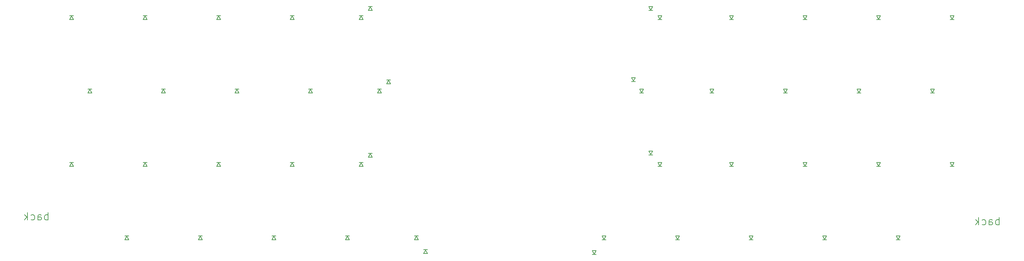
<source format=gbo>
G04 #@! TF.GenerationSoftware,KiCad,Pcbnew,(5.1.2)-2*
G04 #@! TF.CreationDate,2020-04-10T00:12:26+09:00*
G04 #@! TF.ProjectId,original_keyboard,6f726967-696e-4616-9c5f-6b6579626f61,0.1*
G04 #@! TF.SameCoordinates,Original*
G04 #@! TF.FileFunction,Legend,Bot*
G04 #@! TF.FilePolarity,Positive*
%FSLAX46Y46*%
G04 Gerber Fmt 4.6, Leading zero omitted, Abs format (unit mm)*
G04 Created by KiCad (PCBNEW (5.1.2)-2) date 2020-04-10 00:12:26*
%MOMM*%
%LPD*%
G04 APERTURE LIST*
%ADD10C,0.150000*%
G04 APERTURE END LIST*
D10*
X276050000Y-141874761D02*
X276050000Y-139874761D01*
X276050000Y-140636666D02*
X275859523Y-140541428D01*
X275478571Y-140541428D01*
X275288095Y-140636666D01*
X275192857Y-140731904D01*
X275097619Y-140922380D01*
X275097619Y-141493809D01*
X275192857Y-141684285D01*
X275288095Y-141779523D01*
X275478571Y-141874761D01*
X275859523Y-141874761D01*
X276050000Y-141779523D01*
X273383333Y-141874761D02*
X273383333Y-140827142D01*
X273478571Y-140636666D01*
X273669047Y-140541428D01*
X274050000Y-140541428D01*
X274240476Y-140636666D01*
X273383333Y-141779523D02*
X273573809Y-141874761D01*
X274050000Y-141874761D01*
X274240476Y-141779523D01*
X274335714Y-141589047D01*
X274335714Y-141398571D01*
X274240476Y-141208095D01*
X274050000Y-141112857D01*
X273573809Y-141112857D01*
X273383333Y-141017619D01*
X271573809Y-141779523D02*
X271764285Y-141874761D01*
X272145238Y-141874761D01*
X272335714Y-141779523D01*
X272430952Y-141684285D01*
X272526190Y-141493809D01*
X272526190Y-140922380D01*
X272430952Y-140731904D01*
X272335714Y-140636666D01*
X272145238Y-140541428D01*
X271764285Y-140541428D01*
X271573809Y-140636666D01*
X270716666Y-141874761D02*
X270716666Y-139874761D01*
X270526190Y-141112857D02*
X269954761Y-141874761D01*
X269954761Y-140541428D02*
X270716666Y-141303333D01*
X29670000Y-140604761D02*
X29670000Y-138604761D01*
X29670000Y-139366666D02*
X29479523Y-139271428D01*
X29098571Y-139271428D01*
X28908095Y-139366666D01*
X28812857Y-139461904D01*
X28717619Y-139652380D01*
X28717619Y-140223809D01*
X28812857Y-140414285D01*
X28908095Y-140509523D01*
X29098571Y-140604761D01*
X29479523Y-140604761D01*
X29670000Y-140509523D01*
X27003333Y-140604761D02*
X27003333Y-139557142D01*
X27098571Y-139366666D01*
X27289047Y-139271428D01*
X27670000Y-139271428D01*
X27860476Y-139366666D01*
X27003333Y-140509523D02*
X27193809Y-140604761D01*
X27670000Y-140604761D01*
X27860476Y-140509523D01*
X27955714Y-140319047D01*
X27955714Y-140128571D01*
X27860476Y-139938095D01*
X27670000Y-139842857D01*
X27193809Y-139842857D01*
X27003333Y-139747619D01*
X25193809Y-140509523D02*
X25384285Y-140604761D01*
X25765238Y-140604761D01*
X25955714Y-140509523D01*
X26050952Y-140414285D01*
X26146190Y-140223809D01*
X26146190Y-139652380D01*
X26050952Y-139461904D01*
X25955714Y-139366666D01*
X25765238Y-139271428D01*
X25384285Y-139271428D01*
X25193809Y-139366666D01*
X24336666Y-140604761D02*
X24336666Y-138604761D01*
X24146190Y-139842857D02*
X23574761Y-140604761D01*
X23574761Y-139271428D02*
X24336666Y-140033333D01*
X186238000Y-86225400D02*
X185238000Y-86225400D01*
X185238000Y-85225400D02*
X185738000Y-86125400D01*
X186238000Y-85225400D02*
X185238000Y-85225400D01*
X185738000Y-86125400D02*
X186238000Y-85225400D01*
X245293000Y-88606300D02*
X244293000Y-88606300D01*
X244293000Y-87606300D02*
X244793000Y-88506300D01*
X245293000Y-87606300D02*
X244293000Y-87606300D01*
X244793000Y-88506300D02*
X245293000Y-87606300D01*
X171633000Y-149566000D02*
X170633000Y-149566000D01*
X170633000Y-148566000D02*
X171133000Y-149466000D01*
X171633000Y-148566000D02*
X170633000Y-148566000D01*
X171133000Y-149466000D02*
X171633000Y-148566000D01*
X186238000Y-123707000D02*
X185238000Y-123707000D01*
X185238000Y-122707000D02*
X185738000Y-123607000D01*
X186238000Y-122707000D02*
X185238000Y-122707000D01*
X185738000Y-123607000D02*
X186238000Y-122707000D01*
X181793000Y-104657000D02*
X180793000Y-104657000D01*
X180793000Y-103657000D02*
X181293000Y-104557000D01*
X181793000Y-103657000D02*
X180793000Y-103657000D01*
X181293000Y-104557000D02*
X181793000Y-103657000D01*
X174173000Y-145756000D02*
X173173000Y-145756000D01*
X173173000Y-144756000D02*
X173673000Y-145656000D01*
X174173000Y-144756000D02*
X173173000Y-144756000D01*
X173673000Y-145656000D02*
X174173000Y-144756000D01*
X188620000Y-126706000D02*
X187620000Y-126706000D01*
X187620000Y-125706000D02*
X188120000Y-126606000D01*
X188620000Y-125706000D02*
X187620000Y-125706000D01*
X188120000Y-126606000D02*
X188620000Y-125706000D01*
X183857000Y-107656000D02*
X182857000Y-107656000D01*
X182857000Y-106656000D02*
X183357000Y-107556000D01*
X183857000Y-106656000D02*
X182857000Y-106656000D01*
X183357000Y-107556000D02*
X183857000Y-106656000D01*
X207193000Y-126706000D02*
X206193000Y-126706000D01*
X206193000Y-125706000D02*
X206693000Y-126606000D01*
X207193000Y-125706000D02*
X206193000Y-125706000D01*
X206693000Y-126606000D02*
X207193000Y-125706000D01*
X240213000Y-107656000D02*
X239213000Y-107656000D01*
X239213000Y-106656000D02*
X239713000Y-107556000D01*
X240213000Y-106656000D02*
X239213000Y-106656000D01*
X239713000Y-107556000D02*
X240213000Y-106656000D01*
X221163000Y-107656000D02*
X220163000Y-107656000D01*
X220163000Y-106656000D02*
X220663000Y-107556000D01*
X221163000Y-106656000D02*
X220163000Y-106656000D01*
X220663000Y-107556000D02*
X221163000Y-106656000D01*
X202113000Y-107656000D02*
X201113000Y-107656000D01*
X201113000Y-106656000D02*
X201613000Y-107556000D01*
X202113000Y-106656000D02*
X201113000Y-106656000D01*
X201613000Y-107556000D02*
X202113000Y-106656000D01*
X226243000Y-126706000D02*
X225243000Y-126706000D01*
X225243000Y-125706000D02*
X225743000Y-126606000D01*
X226243000Y-125706000D02*
X225243000Y-125706000D01*
X225743000Y-126606000D02*
X226243000Y-125706000D01*
X264343000Y-126706000D02*
X263343000Y-126706000D01*
X263343000Y-125706000D02*
X263843000Y-126606000D01*
X264343000Y-125706000D02*
X263343000Y-125706000D01*
X263843000Y-126606000D02*
X264343000Y-125706000D01*
X259263000Y-107656000D02*
X258263000Y-107656000D01*
X258263000Y-106656000D02*
X258763000Y-107556000D01*
X259263000Y-106656000D02*
X258263000Y-106656000D01*
X258763000Y-107556000D02*
X259263000Y-106656000D01*
X245293000Y-126706000D02*
X244293000Y-126706000D01*
X244293000Y-125706000D02*
X244793000Y-126606000D01*
X245293000Y-125706000D02*
X244293000Y-125706000D01*
X244793000Y-126606000D02*
X245293000Y-125706000D01*
X264343000Y-88606300D02*
X263343000Y-88606300D01*
X263343000Y-87606300D02*
X263843000Y-88506300D01*
X264343000Y-87606300D02*
X263343000Y-87606300D01*
X263843000Y-88506300D02*
X264343000Y-87606300D01*
X212273000Y-145756000D02*
X211273000Y-145756000D01*
X211273000Y-144756000D02*
X211773000Y-145656000D01*
X212273000Y-144756000D02*
X211273000Y-144756000D01*
X211773000Y-145656000D02*
X212273000Y-144756000D01*
X226243000Y-88606300D02*
X225243000Y-88606300D01*
X225243000Y-87606300D02*
X225743000Y-88506300D01*
X226243000Y-87606300D02*
X225243000Y-87606300D01*
X225743000Y-88506300D02*
X226243000Y-87606300D01*
X193223000Y-145756000D02*
X192223000Y-145756000D01*
X192223000Y-144756000D02*
X192723000Y-145656000D01*
X193223000Y-144756000D02*
X192223000Y-144756000D01*
X192723000Y-145656000D02*
X193223000Y-144756000D01*
X207193000Y-88606300D02*
X206193000Y-88606300D01*
X206193000Y-87606300D02*
X206693000Y-88506300D01*
X207193000Y-87606300D02*
X206193000Y-87606300D01*
X206693000Y-88506300D02*
X207193000Y-87606300D01*
X231323000Y-145756000D02*
X230323000Y-145756000D01*
X230323000Y-144756000D02*
X230823000Y-145656000D01*
X231323000Y-144756000D02*
X230323000Y-144756000D01*
X230823000Y-145656000D02*
X231323000Y-144756000D01*
X250373000Y-145756000D02*
X249373000Y-145756000D01*
X249373000Y-144756000D02*
X249873000Y-145656000D01*
X250373000Y-144756000D02*
X249373000Y-144756000D01*
X249873000Y-145656000D02*
X250373000Y-144756000D01*
X188620000Y-88606600D02*
X187620000Y-88606600D01*
X187620000Y-87606600D02*
X188120000Y-88506600D01*
X188620000Y-87606600D02*
X187620000Y-87606600D01*
X188120000Y-88506600D02*
X188620000Y-87606600D01*
X73319100Y-87606600D02*
X74319100Y-87606600D01*
X74319100Y-88606600D02*
X73819100Y-87706600D01*
X73319100Y-88606600D02*
X74319100Y-88606600D01*
X73819100Y-87706600D02*
X73319100Y-88606600D01*
X68556500Y-144757000D02*
X69556500Y-144757000D01*
X69556500Y-145757000D02*
X69056500Y-144857000D01*
X68556500Y-145757000D02*
X69556500Y-145757000D01*
X69056500Y-144857000D02*
X68556500Y-145757000D01*
X54269000Y-125707000D02*
X55269000Y-125707000D01*
X55269000Y-126707000D02*
X54769000Y-125807000D01*
X54269000Y-126707000D02*
X55269000Y-126707000D01*
X54769000Y-125807000D02*
X54269000Y-126707000D01*
X59031500Y-106657000D02*
X60031500Y-106657000D01*
X60031500Y-107657000D02*
X59531500Y-106757000D01*
X59031500Y-107657000D02*
X60031500Y-107657000D01*
X59531500Y-106757000D02*
X59031500Y-107657000D01*
X54269000Y-87606600D02*
X55269000Y-87606600D01*
X55269000Y-88606600D02*
X54769000Y-87706600D01*
X54269000Y-88606600D02*
X55269000Y-88606600D01*
X54769000Y-87706600D02*
X54269000Y-88606600D01*
X49506500Y-144757000D02*
X50506500Y-144757000D01*
X50506500Y-145757000D02*
X50006500Y-144857000D01*
X49506500Y-145757000D02*
X50506500Y-145757000D01*
X50006500Y-144857000D02*
X49506500Y-145757000D01*
X35218900Y-125707000D02*
X36218900Y-125707000D01*
X36218900Y-126707000D02*
X35718900Y-125807000D01*
X35218900Y-126707000D02*
X36218900Y-126707000D01*
X35718900Y-125807000D02*
X35218900Y-126707000D01*
X39981400Y-106657000D02*
X40981400Y-106657000D01*
X40981400Y-107657000D02*
X40481400Y-106757000D01*
X39981400Y-107657000D02*
X40981400Y-107657000D01*
X40481400Y-106757000D02*
X39981400Y-107657000D01*
X126897000Y-148329000D02*
X127897000Y-148329000D01*
X127897000Y-149329000D02*
X127397000Y-148429000D01*
X126897000Y-149329000D02*
X127897000Y-149329000D01*
X127397000Y-148429000D02*
X126897000Y-149329000D01*
X112610000Y-123326000D02*
X113610000Y-123326000D01*
X113610000Y-124326000D02*
X113110000Y-123426000D01*
X112610000Y-124326000D02*
X113610000Y-124326000D01*
X113110000Y-123426000D02*
X112610000Y-124326000D01*
X117372000Y-104275000D02*
X118372000Y-104275000D01*
X118372000Y-105275000D02*
X117872000Y-104375000D01*
X117372000Y-105275000D02*
X118372000Y-105275000D01*
X117872000Y-104375000D02*
X117372000Y-105275000D01*
X112610000Y-85225360D02*
X113610000Y-85225360D01*
X113610000Y-86225360D02*
X113110000Y-85325360D01*
X112610000Y-86225360D02*
X113610000Y-86225360D01*
X113110000Y-85325360D02*
X112610000Y-86225360D01*
X124516000Y-144757000D02*
X125516000Y-144757000D01*
X125516000Y-145757000D02*
X125016000Y-144857000D01*
X124516000Y-145757000D02*
X125516000Y-145757000D01*
X125016000Y-144857000D02*
X124516000Y-145757000D01*
X35218900Y-87606600D02*
X36218900Y-87606600D01*
X36218900Y-88606600D02*
X35718900Y-87706600D01*
X35218900Y-88606600D02*
X36218900Y-88606600D01*
X35718900Y-87706600D02*
X35218900Y-88606600D01*
X110229000Y-125707000D02*
X111229000Y-125707000D01*
X111229000Y-126707000D02*
X110729000Y-125807000D01*
X110229000Y-126707000D02*
X111229000Y-126707000D01*
X110729000Y-125807000D02*
X110229000Y-126707000D01*
X114991000Y-106657000D02*
X115991000Y-106657000D01*
X115991000Y-107657000D02*
X115491000Y-106757000D01*
X114991000Y-107657000D02*
X115991000Y-107657000D01*
X115491000Y-106757000D02*
X114991000Y-107657000D01*
X110229000Y-87606600D02*
X111229000Y-87606600D01*
X111229000Y-88606600D02*
X110729000Y-87706600D01*
X110229000Y-88606600D02*
X111229000Y-88606600D01*
X110729000Y-87706600D02*
X110229000Y-88606600D01*
X106657000Y-144757000D02*
X107657000Y-144757000D01*
X107657000Y-145757000D02*
X107157000Y-144857000D01*
X106657000Y-145757000D02*
X107657000Y-145757000D01*
X107157000Y-144857000D02*
X106657000Y-145757000D01*
X92369100Y-125707000D02*
X93369100Y-125707000D01*
X93369100Y-126707000D02*
X92869100Y-125807000D01*
X92369100Y-126707000D02*
X93369100Y-126707000D01*
X92869100Y-125807000D02*
X92369100Y-126707000D01*
X97131700Y-106657000D02*
X98131700Y-106657000D01*
X98131700Y-107657000D02*
X97631700Y-106757000D01*
X97131700Y-107657000D02*
X98131700Y-107657000D01*
X97631700Y-106757000D02*
X97131700Y-107657000D01*
X92369100Y-87606600D02*
X93369100Y-87606600D01*
X93369100Y-88606600D02*
X92869100Y-87706600D01*
X92369100Y-88606600D02*
X93369100Y-88606600D01*
X92869100Y-87706600D02*
X92369100Y-88606600D01*
X87606600Y-144757000D02*
X88606600Y-144757000D01*
X88606600Y-145757000D02*
X88106600Y-144857000D01*
X87606600Y-145757000D02*
X88606600Y-145757000D01*
X88106600Y-144857000D02*
X87606600Y-145757000D01*
X73319100Y-125707000D02*
X74319100Y-125707000D01*
X74319100Y-126707000D02*
X73819100Y-125807000D01*
X73319100Y-126707000D02*
X74319100Y-126707000D01*
X73819100Y-125807000D02*
X73319100Y-126707000D01*
X78081600Y-106657000D02*
X79081600Y-106657000D01*
X79081600Y-107657000D02*
X78581600Y-106757000D01*
X78081600Y-107657000D02*
X79081600Y-107657000D01*
X78581600Y-106757000D02*
X78081600Y-107657000D01*
M02*

</source>
